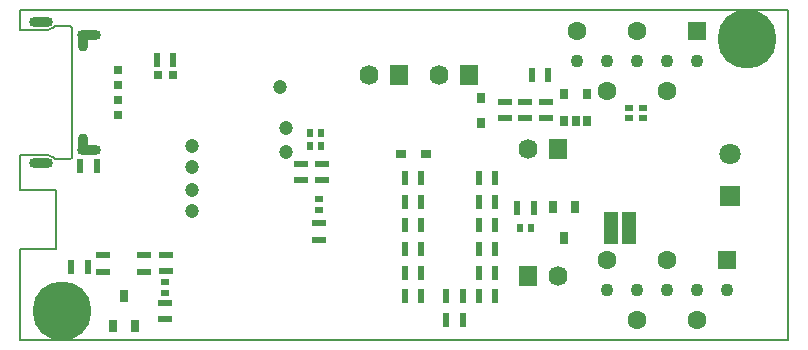
<source format=gbs>
G04*
G04 #@! TF.GenerationSoftware,Altium Limited,Altium Designer,21.9.2 (33)*
G04*
G04 Layer_Color=16776960*
%FSLAX44Y44*%
%MOMM*%
G71*
G04*
G04 #@! TF.SameCoordinates,5C5C66F8-9FC8-4E62-95D0-8360453F7E55*
G04*
G04*
G04 #@! TF.FilePolarity,Negative*
G04*
G01*
G75*
%ADD10C,0.2000*%
%ADD16R,0.5000X0.6500*%
%ADD17R,0.6500X0.5000*%
%ADD19R,1.2000X0.5500*%
%ADD20R,0.7000X0.8000*%
%ADD22R,0.5500X1.2000*%
%ADD33R,0.8000X1.0000*%
%ADD38O,1.6000X1.7000*%
%ADD39R,1.6000X1.7000*%
%ADD40C,1.1000*%
%ADD41C,1.6000*%
%ADD42R,1.6000X1.6000*%
%ADD43R,1.8000X1.8000*%
%ADD44C,1.8000*%
%ADD45O,0.9000X1.8000*%
%ADD46O,2.0000X0.9000*%
%ADD47C,5.0000*%
%ADD53R,0.8000X0.7000*%
%ADD54R,0.8000X0.9000*%
%ADD55R,0.9000X0.8000*%
%ADD56C,1.2000*%
%ADD57R,0.6500X0.9500*%
%ADD59R,1.2032X2.7032*%
D10*
X23234Y262975D02*
G03*
X27344Y264678I0J5812D01*
G01*
X28985Y266319D02*
G03*
X29050Y266475I-156J156D01*
G01*
X43121Y265597D02*
G03*
X41000Y266475I-2121J-2121D01*
G01*
X44000Y263475D02*
G03*
X43121Y265597I-3000J0D01*
G01*
X43543Y154801D02*
G03*
X44000Y155903I-1103J1103D01*
G01*
X41000Y153500D02*
G03*
X43121Y154379I0J3000D01*
G01*
X29050Y153500D02*
G03*
X28985Y153656I-221J0D01*
G01*
X27344Y155298D02*
G03*
X23234Y157000I-4110J-4110D01*
G01*
X0Y262975D02*
Y280000D01*
X44000Y263475D02*
X44000Y155903D01*
X0Y262975D02*
X23234D01*
X27344Y264678D02*
X28985Y266319D01*
X29050Y266475D02*
X41000D01*
X43121Y265597D02*
Y265597D01*
Y154379D02*
X43543Y154801D01*
X29050Y153500D02*
X41000D01*
X27344Y155298D02*
X28985Y153656D01*
X0Y157000D02*
X23234D01*
X0Y127250D02*
Y156975D01*
Y127250D02*
X30000D01*
Y77750D02*
Y127250D01*
X0Y77750D02*
X30000D01*
X0Y0D02*
Y77750D01*
Y280000D02*
X650000D01*
Y0D02*
Y280000D01*
X0Y0D02*
X650000D01*
D16*
X254500Y175500D02*
D03*
X245500D02*
D03*
X254500Y164500D02*
D03*
X245500D02*
D03*
X432000Y95000D02*
D03*
X423000D02*
D03*
D17*
X252500Y110500D02*
D03*
Y119500D02*
D03*
X515000Y188000D02*
D03*
Y197000D02*
D03*
X527500Y188000D02*
D03*
Y197000D02*
D03*
X122500Y40500D02*
D03*
Y49500D02*
D03*
D19*
X255000Y149500D02*
D03*
Y135500D02*
D03*
X123000Y58500D02*
D03*
Y72500D02*
D03*
X70000Y58000D02*
D03*
Y72000D02*
D03*
X427500Y202000D02*
D03*
Y188000D02*
D03*
X252500Y99500D02*
D03*
Y85500D02*
D03*
X410000Y188000D02*
D03*
Y202000D02*
D03*
X122500Y18000D02*
D03*
Y32000D02*
D03*
X237500Y149500D02*
D03*
Y135500D02*
D03*
X105000Y58000D02*
D03*
Y72000D02*
D03*
X445000Y202000D02*
D03*
Y188000D02*
D03*
D20*
X82500Y216250D02*
D03*
Y228750D02*
D03*
Y203750D02*
D03*
Y191250D02*
D03*
D22*
X129500Y237500D02*
D03*
X115500D02*
D03*
X402000Y57500D02*
D03*
X388000D02*
D03*
X402000Y37500D02*
D03*
X388000D02*
D03*
X374500Y17500D02*
D03*
X360500D02*
D03*
X374500Y37500D02*
D03*
X360500D02*
D03*
X434500Y112500D02*
D03*
X420500D02*
D03*
X50500Y147500D02*
D03*
X64500D02*
D03*
X57000Y62500D02*
D03*
X43000D02*
D03*
X325500Y137500D02*
D03*
X339500D02*
D03*
X325500Y117500D02*
D03*
X339500D02*
D03*
X325500Y97500D02*
D03*
X339500D02*
D03*
X325500Y77500D02*
D03*
X339500D02*
D03*
X325500Y57500D02*
D03*
X339500D02*
D03*
X325500Y37500D02*
D03*
X339500D02*
D03*
X402000Y137500D02*
D03*
X388000D02*
D03*
X402000Y117500D02*
D03*
X388000D02*
D03*
X402000Y97500D02*
D03*
X388000D02*
D03*
X402000Y77500D02*
D03*
X388000D02*
D03*
X447000Y225000D02*
D03*
X433000D02*
D03*
D33*
X450500Y113000D02*
D03*
X469500D02*
D03*
X460000Y87000D02*
D03*
X97000Y12000D02*
D03*
X78000D02*
D03*
X87500Y38000D02*
D03*
D38*
X354800Y225000D02*
D03*
X294800D02*
D03*
X455200Y55000D02*
D03*
X429800Y162500D02*
D03*
D39*
X380200Y225000D02*
D03*
X320200D02*
D03*
X429800Y55000D02*
D03*
X455200Y162500D02*
D03*
D40*
X471500Y237000D02*
D03*
X573100D02*
D03*
X547700D02*
D03*
X522300D02*
D03*
X496900D02*
D03*
Y43000D02*
D03*
X598500D02*
D03*
X573100D02*
D03*
X547700D02*
D03*
X522300D02*
D03*
D41*
X471500Y262400D02*
D03*
X522300D02*
D03*
X496900Y211600D02*
D03*
X547700D02*
D03*
X496900Y68400D02*
D03*
X547700D02*
D03*
X522300Y17600D02*
D03*
X573100D02*
D03*
D42*
Y262400D02*
D03*
X598500Y68400D02*
D03*
D43*
X601000Y122500D02*
D03*
D44*
Y157500D02*
D03*
D45*
X53100Y253250D02*
D03*
X53100Y166750D02*
D03*
D46*
X58099Y258749D02*
D03*
X17500Y270000D02*
D03*
Y150000D02*
D03*
X58100Y161250D02*
D03*
D47*
X35000Y25000D02*
D03*
X615000Y255000D02*
D03*
D53*
X116250Y225000D02*
D03*
X128750D02*
D03*
D54*
X390000Y184500D02*
D03*
Y205500D02*
D03*
D55*
X322000Y157500D02*
D03*
X343000D02*
D03*
D56*
X145000Y110000D02*
D03*
Y127500D02*
D03*
X145000Y146500D02*
D03*
X145000Y165000D02*
D03*
X219500Y214500D02*
D03*
X225000Y160000D02*
D03*
Y180000D02*
D03*
D57*
X479500Y186000D02*
D03*
X470000D02*
D03*
X460500D02*
D03*
X479500Y209000D02*
D03*
X460500D02*
D03*
D59*
X500000Y95000D02*
D03*
X515000D02*
D03*
M02*

</source>
